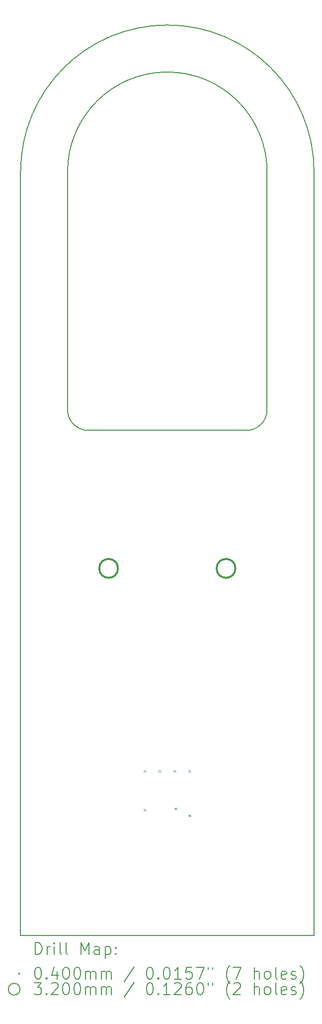
<source format=gbr>
%TF.GenerationSoftware,KiCad,Pcbnew,7.0.7*%
%TF.CreationDate,2024-10-25T09:45:07+02:00*%
%TF.ProjectId,Benhui_Tongue,42656e68-7569-45f5-946f-6e6775652e6b,rev?*%
%TF.SameCoordinates,Original*%
%TF.FileFunction,Drillmap*%
%TF.FilePolarity,Positive*%
%FSLAX45Y45*%
G04 Gerber Fmt 4.5, Leading zero omitted, Abs format (unit mm)*
G04 Created by KiCad (PCBNEW 7.0.7) date 2024-10-25 09:45:07*
%MOMM*%
%LPD*%
G01*
G04 APERTURE LIST*
%ADD10C,0.200000*%
%ADD11C,0.040000*%
%ADD12C,0.320000*%
G04 APERTURE END LIST*
D10*
X10220000Y-8960000D02*
G75*
G03*
X10570000Y-9310000I350000J0D01*
G01*
X13620000Y-4910000D02*
X13620000Y-8960000D01*
X13270000Y-9310000D02*
X10570000Y-9310000D01*
X13270000Y-9310000D02*
G75*
G03*
X13620000Y-8960000I0J350000D01*
G01*
X9420000Y-17910000D02*
X14420000Y-17910000D01*
X14420000Y-17910000D02*
X14420000Y-4910000D01*
X13620000Y-4910000D02*
G75*
G03*
X10220000Y-4910000I-1700000J0D01*
G01*
X14420000Y-4910000D02*
G75*
G03*
X9420000Y-4910000I-2500000J0D01*
G01*
X9420000Y-4910000D02*
X9420000Y-17910000D01*
X10220000Y-8960000D02*
X10220000Y-4910000D01*
D11*
X11518500Y-15090000D02*
X11558500Y-15130000D01*
X11558500Y-15090000D02*
X11518500Y-15130000D01*
X11519500Y-15750000D02*
X11559500Y-15790000D01*
X11559500Y-15750000D02*
X11519500Y-15790000D01*
X11772500Y-15090000D02*
X11812500Y-15130000D01*
X11812500Y-15090000D02*
X11772500Y-15130000D01*
X12027000Y-15090000D02*
X12067000Y-15130000D01*
X12067000Y-15090000D02*
X12027000Y-15130000D01*
X12040000Y-15730000D02*
X12080000Y-15770000D01*
X12080000Y-15730000D02*
X12040000Y-15770000D01*
X12280000Y-15850000D02*
X12320000Y-15890000D01*
X12320000Y-15850000D02*
X12280000Y-15890000D01*
X12280500Y-15090000D02*
X12320500Y-15130000D01*
X12320500Y-15090000D02*
X12280500Y-15130000D01*
D12*
X11080000Y-11660000D02*
G75*
G03*
X11080000Y-11660000I-160000J0D01*
G01*
X13080000Y-11660000D02*
G75*
G03*
X13080000Y-11660000I-160000J0D01*
G01*
D10*
X9670777Y-18231484D02*
X9670777Y-18031484D01*
X9670777Y-18031484D02*
X9718396Y-18031484D01*
X9718396Y-18031484D02*
X9746967Y-18041008D01*
X9746967Y-18041008D02*
X9766015Y-18060055D01*
X9766015Y-18060055D02*
X9775539Y-18079103D01*
X9775539Y-18079103D02*
X9785063Y-18117198D01*
X9785063Y-18117198D02*
X9785063Y-18145770D01*
X9785063Y-18145770D02*
X9775539Y-18183865D01*
X9775539Y-18183865D02*
X9766015Y-18202912D01*
X9766015Y-18202912D02*
X9746967Y-18221960D01*
X9746967Y-18221960D02*
X9718396Y-18231484D01*
X9718396Y-18231484D02*
X9670777Y-18231484D01*
X9870777Y-18231484D02*
X9870777Y-18098150D01*
X9870777Y-18136246D02*
X9880301Y-18117198D01*
X9880301Y-18117198D02*
X9889824Y-18107674D01*
X9889824Y-18107674D02*
X9908872Y-18098150D01*
X9908872Y-18098150D02*
X9927920Y-18098150D01*
X9994586Y-18231484D02*
X9994586Y-18098150D01*
X9994586Y-18031484D02*
X9985063Y-18041008D01*
X9985063Y-18041008D02*
X9994586Y-18050531D01*
X9994586Y-18050531D02*
X10004110Y-18041008D01*
X10004110Y-18041008D02*
X9994586Y-18031484D01*
X9994586Y-18031484D02*
X9994586Y-18050531D01*
X10118396Y-18231484D02*
X10099348Y-18221960D01*
X10099348Y-18221960D02*
X10089824Y-18202912D01*
X10089824Y-18202912D02*
X10089824Y-18031484D01*
X10223158Y-18231484D02*
X10204110Y-18221960D01*
X10204110Y-18221960D02*
X10194586Y-18202912D01*
X10194586Y-18202912D02*
X10194586Y-18031484D01*
X10451729Y-18231484D02*
X10451729Y-18031484D01*
X10451729Y-18031484D02*
X10518396Y-18174341D01*
X10518396Y-18174341D02*
X10585063Y-18031484D01*
X10585063Y-18031484D02*
X10585063Y-18231484D01*
X10766015Y-18231484D02*
X10766015Y-18126722D01*
X10766015Y-18126722D02*
X10756491Y-18107674D01*
X10756491Y-18107674D02*
X10737444Y-18098150D01*
X10737444Y-18098150D02*
X10699348Y-18098150D01*
X10699348Y-18098150D02*
X10680301Y-18107674D01*
X10766015Y-18221960D02*
X10746967Y-18231484D01*
X10746967Y-18231484D02*
X10699348Y-18231484D01*
X10699348Y-18231484D02*
X10680301Y-18221960D01*
X10680301Y-18221960D02*
X10670777Y-18202912D01*
X10670777Y-18202912D02*
X10670777Y-18183865D01*
X10670777Y-18183865D02*
X10680301Y-18164817D01*
X10680301Y-18164817D02*
X10699348Y-18155293D01*
X10699348Y-18155293D02*
X10746967Y-18155293D01*
X10746967Y-18155293D02*
X10766015Y-18145770D01*
X10861253Y-18098150D02*
X10861253Y-18298150D01*
X10861253Y-18107674D02*
X10880301Y-18098150D01*
X10880301Y-18098150D02*
X10918396Y-18098150D01*
X10918396Y-18098150D02*
X10937444Y-18107674D01*
X10937444Y-18107674D02*
X10946967Y-18117198D01*
X10946967Y-18117198D02*
X10956491Y-18136246D01*
X10956491Y-18136246D02*
X10956491Y-18193389D01*
X10956491Y-18193389D02*
X10946967Y-18212436D01*
X10946967Y-18212436D02*
X10937444Y-18221960D01*
X10937444Y-18221960D02*
X10918396Y-18231484D01*
X10918396Y-18231484D02*
X10880301Y-18231484D01*
X10880301Y-18231484D02*
X10861253Y-18221960D01*
X11042205Y-18212436D02*
X11051729Y-18221960D01*
X11051729Y-18221960D02*
X11042205Y-18231484D01*
X11042205Y-18231484D02*
X11032682Y-18221960D01*
X11032682Y-18221960D02*
X11042205Y-18212436D01*
X11042205Y-18212436D02*
X11042205Y-18231484D01*
X11042205Y-18107674D02*
X11051729Y-18117198D01*
X11051729Y-18117198D02*
X11042205Y-18126722D01*
X11042205Y-18126722D02*
X11032682Y-18117198D01*
X11032682Y-18117198D02*
X11042205Y-18107674D01*
X11042205Y-18107674D02*
X11042205Y-18126722D01*
D11*
X9370000Y-18540000D02*
X9410000Y-18580000D01*
X9410000Y-18540000D02*
X9370000Y-18580000D01*
D10*
X9708872Y-18451484D02*
X9727920Y-18451484D01*
X9727920Y-18451484D02*
X9746967Y-18461008D01*
X9746967Y-18461008D02*
X9756491Y-18470531D01*
X9756491Y-18470531D02*
X9766015Y-18489579D01*
X9766015Y-18489579D02*
X9775539Y-18527674D01*
X9775539Y-18527674D02*
X9775539Y-18575293D01*
X9775539Y-18575293D02*
X9766015Y-18613389D01*
X9766015Y-18613389D02*
X9756491Y-18632436D01*
X9756491Y-18632436D02*
X9746967Y-18641960D01*
X9746967Y-18641960D02*
X9727920Y-18651484D01*
X9727920Y-18651484D02*
X9708872Y-18651484D01*
X9708872Y-18651484D02*
X9689824Y-18641960D01*
X9689824Y-18641960D02*
X9680301Y-18632436D01*
X9680301Y-18632436D02*
X9670777Y-18613389D01*
X9670777Y-18613389D02*
X9661253Y-18575293D01*
X9661253Y-18575293D02*
X9661253Y-18527674D01*
X9661253Y-18527674D02*
X9670777Y-18489579D01*
X9670777Y-18489579D02*
X9680301Y-18470531D01*
X9680301Y-18470531D02*
X9689824Y-18461008D01*
X9689824Y-18461008D02*
X9708872Y-18451484D01*
X9861253Y-18632436D02*
X9870777Y-18641960D01*
X9870777Y-18641960D02*
X9861253Y-18651484D01*
X9861253Y-18651484D02*
X9851729Y-18641960D01*
X9851729Y-18641960D02*
X9861253Y-18632436D01*
X9861253Y-18632436D02*
X9861253Y-18651484D01*
X10042205Y-18518150D02*
X10042205Y-18651484D01*
X9994586Y-18441960D02*
X9946967Y-18584817D01*
X9946967Y-18584817D02*
X10070777Y-18584817D01*
X10185063Y-18451484D02*
X10204110Y-18451484D01*
X10204110Y-18451484D02*
X10223158Y-18461008D01*
X10223158Y-18461008D02*
X10232682Y-18470531D01*
X10232682Y-18470531D02*
X10242205Y-18489579D01*
X10242205Y-18489579D02*
X10251729Y-18527674D01*
X10251729Y-18527674D02*
X10251729Y-18575293D01*
X10251729Y-18575293D02*
X10242205Y-18613389D01*
X10242205Y-18613389D02*
X10232682Y-18632436D01*
X10232682Y-18632436D02*
X10223158Y-18641960D01*
X10223158Y-18641960D02*
X10204110Y-18651484D01*
X10204110Y-18651484D02*
X10185063Y-18651484D01*
X10185063Y-18651484D02*
X10166015Y-18641960D01*
X10166015Y-18641960D02*
X10156491Y-18632436D01*
X10156491Y-18632436D02*
X10146967Y-18613389D01*
X10146967Y-18613389D02*
X10137444Y-18575293D01*
X10137444Y-18575293D02*
X10137444Y-18527674D01*
X10137444Y-18527674D02*
X10146967Y-18489579D01*
X10146967Y-18489579D02*
X10156491Y-18470531D01*
X10156491Y-18470531D02*
X10166015Y-18461008D01*
X10166015Y-18461008D02*
X10185063Y-18451484D01*
X10375539Y-18451484D02*
X10394586Y-18451484D01*
X10394586Y-18451484D02*
X10413634Y-18461008D01*
X10413634Y-18461008D02*
X10423158Y-18470531D01*
X10423158Y-18470531D02*
X10432682Y-18489579D01*
X10432682Y-18489579D02*
X10442205Y-18527674D01*
X10442205Y-18527674D02*
X10442205Y-18575293D01*
X10442205Y-18575293D02*
X10432682Y-18613389D01*
X10432682Y-18613389D02*
X10423158Y-18632436D01*
X10423158Y-18632436D02*
X10413634Y-18641960D01*
X10413634Y-18641960D02*
X10394586Y-18651484D01*
X10394586Y-18651484D02*
X10375539Y-18651484D01*
X10375539Y-18651484D02*
X10356491Y-18641960D01*
X10356491Y-18641960D02*
X10346967Y-18632436D01*
X10346967Y-18632436D02*
X10337444Y-18613389D01*
X10337444Y-18613389D02*
X10327920Y-18575293D01*
X10327920Y-18575293D02*
X10327920Y-18527674D01*
X10327920Y-18527674D02*
X10337444Y-18489579D01*
X10337444Y-18489579D02*
X10346967Y-18470531D01*
X10346967Y-18470531D02*
X10356491Y-18461008D01*
X10356491Y-18461008D02*
X10375539Y-18451484D01*
X10527920Y-18651484D02*
X10527920Y-18518150D01*
X10527920Y-18537198D02*
X10537444Y-18527674D01*
X10537444Y-18527674D02*
X10556491Y-18518150D01*
X10556491Y-18518150D02*
X10585063Y-18518150D01*
X10585063Y-18518150D02*
X10604110Y-18527674D01*
X10604110Y-18527674D02*
X10613634Y-18546722D01*
X10613634Y-18546722D02*
X10613634Y-18651484D01*
X10613634Y-18546722D02*
X10623158Y-18527674D01*
X10623158Y-18527674D02*
X10642205Y-18518150D01*
X10642205Y-18518150D02*
X10670777Y-18518150D01*
X10670777Y-18518150D02*
X10689825Y-18527674D01*
X10689825Y-18527674D02*
X10699348Y-18546722D01*
X10699348Y-18546722D02*
X10699348Y-18651484D01*
X10794586Y-18651484D02*
X10794586Y-18518150D01*
X10794586Y-18537198D02*
X10804110Y-18527674D01*
X10804110Y-18527674D02*
X10823158Y-18518150D01*
X10823158Y-18518150D02*
X10851729Y-18518150D01*
X10851729Y-18518150D02*
X10870777Y-18527674D01*
X10870777Y-18527674D02*
X10880301Y-18546722D01*
X10880301Y-18546722D02*
X10880301Y-18651484D01*
X10880301Y-18546722D02*
X10889825Y-18527674D01*
X10889825Y-18527674D02*
X10908872Y-18518150D01*
X10908872Y-18518150D02*
X10937444Y-18518150D01*
X10937444Y-18518150D02*
X10956491Y-18527674D01*
X10956491Y-18527674D02*
X10966015Y-18546722D01*
X10966015Y-18546722D02*
X10966015Y-18651484D01*
X11356491Y-18441960D02*
X11185063Y-18699103D01*
X11613634Y-18451484D02*
X11632682Y-18451484D01*
X11632682Y-18451484D02*
X11651729Y-18461008D01*
X11651729Y-18461008D02*
X11661253Y-18470531D01*
X11661253Y-18470531D02*
X11670777Y-18489579D01*
X11670777Y-18489579D02*
X11680301Y-18527674D01*
X11680301Y-18527674D02*
X11680301Y-18575293D01*
X11680301Y-18575293D02*
X11670777Y-18613389D01*
X11670777Y-18613389D02*
X11661253Y-18632436D01*
X11661253Y-18632436D02*
X11651729Y-18641960D01*
X11651729Y-18641960D02*
X11632682Y-18651484D01*
X11632682Y-18651484D02*
X11613634Y-18651484D01*
X11613634Y-18651484D02*
X11594586Y-18641960D01*
X11594586Y-18641960D02*
X11585063Y-18632436D01*
X11585063Y-18632436D02*
X11575539Y-18613389D01*
X11575539Y-18613389D02*
X11566015Y-18575293D01*
X11566015Y-18575293D02*
X11566015Y-18527674D01*
X11566015Y-18527674D02*
X11575539Y-18489579D01*
X11575539Y-18489579D02*
X11585063Y-18470531D01*
X11585063Y-18470531D02*
X11594586Y-18461008D01*
X11594586Y-18461008D02*
X11613634Y-18451484D01*
X11766015Y-18632436D02*
X11775539Y-18641960D01*
X11775539Y-18641960D02*
X11766015Y-18651484D01*
X11766015Y-18651484D02*
X11756491Y-18641960D01*
X11756491Y-18641960D02*
X11766015Y-18632436D01*
X11766015Y-18632436D02*
X11766015Y-18651484D01*
X11899348Y-18451484D02*
X11918396Y-18451484D01*
X11918396Y-18451484D02*
X11937444Y-18461008D01*
X11937444Y-18461008D02*
X11946967Y-18470531D01*
X11946967Y-18470531D02*
X11956491Y-18489579D01*
X11956491Y-18489579D02*
X11966015Y-18527674D01*
X11966015Y-18527674D02*
X11966015Y-18575293D01*
X11966015Y-18575293D02*
X11956491Y-18613389D01*
X11956491Y-18613389D02*
X11946967Y-18632436D01*
X11946967Y-18632436D02*
X11937444Y-18641960D01*
X11937444Y-18641960D02*
X11918396Y-18651484D01*
X11918396Y-18651484D02*
X11899348Y-18651484D01*
X11899348Y-18651484D02*
X11880301Y-18641960D01*
X11880301Y-18641960D02*
X11870777Y-18632436D01*
X11870777Y-18632436D02*
X11861253Y-18613389D01*
X11861253Y-18613389D02*
X11851729Y-18575293D01*
X11851729Y-18575293D02*
X11851729Y-18527674D01*
X11851729Y-18527674D02*
X11861253Y-18489579D01*
X11861253Y-18489579D02*
X11870777Y-18470531D01*
X11870777Y-18470531D02*
X11880301Y-18461008D01*
X11880301Y-18461008D02*
X11899348Y-18451484D01*
X12156491Y-18651484D02*
X12042206Y-18651484D01*
X12099348Y-18651484D02*
X12099348Y-18451484D01*
X12099348Y-18451484D02*
X12080301Y-18480055D01*
X12080301Y-18480055D02*
X12061253Y-18499103D01*
X12061253Y-18499103D02*
X12042206Y-18508627D01*
X12337444Y-18451484D02*
X12242206Y-18451484D01*
X12242206Y-18451484D02*
X12232682Y-18546722D01*
X12232682Y-18546722D02*
X12242206Y-18537198D01*
X12242206Y-18537198D02*
X12261253Y-18527674D01*
X12261253Y-18527674D02*
X12308872Y-18527674D01*
X12308872Y-18527674D02*
X12327920Y-18537198D01*
X12327920Y-18537198D02*
X12337444Y-18546722D01*
X12337444Y-18546722D02*
X12346967Y-18565770D01*
X12346967Y-18565770D02*
X12346967Y-18613389D01*
X12346967Y-18613389D02*
X12337444Y-18632436D01*
X12337444Y-18632436D02*
X12327920Y-18641960D01*
X12327920Y-18641960D02*
X12308872Y-18651484D01*
X12308872Y-18651484D02*
X12261253Y-18651484D01*
X12261253Y-18651484D02*
X12242206Y-18641960D01*
X12242206Y-18641960D02*
X12232682Y-18632436D01*
X12413634Y-18451484D02*
X12546967Y-18451484D01*
X12546967Y-18451484D02*
X12461253Y-18651484D01*
X12613634Y-18451484D02*
X12613634Y-18489579D01*
X12689825Y-18451484D02*
X12689825Y-18489579D01*
X12985063Y-18727674D02*
X12975539Y-18718150D01*
X12975539Y-18718150D02*
X12956491Y-18689579D01*
X12956491Y-18689579D02*
X12946968Y-18670531D01*
X12946968Y-18670531D02*
X12937444Y-18641960D01*
X12937444Y-18641960D02*
X12927920Y-18594341D01*
X12927920Y-18594341D02*
X12927920Y-18556246D01*
X12927920Y-18556246D02*
X12937444Y-18508627D01*
X12937444Y-18508627D02*
X12946968Y-18480055D01*
X12946968Y-18480055D02*
X12956491Y-18461008D01*
X12956491Y-18461008D02*
X12975539Y-18432436D01*
X12975539Y-18432436D02*
X12985063Y-18422912D01*
X13042206Y-18451484D02*
X13175539Y-18451484D01*
X13175539Y-18451484D02*
X13089825Y-18651484D01*
X13404110Y-18651484D02*
X13404110Y-18451484D01*
X13489825Y-18651484D02*
X13489825Y-18546722D01*
X13489825Y-18546722D02*
X13480301Y-18527674D01*
X13480301Y-18527674D02*
X13461253Y-18518150D01*
X13461253Y-18518150D02*
X13432682Y-18518150D01*
X13432682Y-18518150D02*
X13413634Y-18527674D01*
X13413634Y-18527674D02*
X13404110Y-18537198D01*
X13613634Y-18651484D02*
X13594587Y-18641960D01*
X13594587Y-18641960D02*
X13585063Y-18632436D01*
X13585063Y-18632436D02*
X13575539Y-18613389D01*
X13575539Y-18613389D02*
X13575539Y-18556246D01*
X13575539Y-18556246D02*
X13585063Y-18537198D01*
X13585063Y-18537198D02*
X13594587Y-18527674D01*
X13594587Y-18527674D02*
X13613634Y-18518150D01*
X13613634Y-18518150D02*
X13642206Y-18518150D01*
X13642206Y-18518150D02*
X13661253Y-18527674D01*
X13661253Y-18527674D02*
X13670777Y-18537198D01*
X13670777Y-18537198D02*
X13680301Y-18556246D01*
X13680301Y-18556246D02*
X13680301Y-18613389D01*
X13680301Y-18613389D02*
X13670777Y-18632436D01*
X13670777Y-18632436D02*
X13661253Y-18641960D01*
X13661253Y-18641960D02*
X13642206Y-18651484D01*
X13642206Y-18651484D02*
X13613634Y-18651484D01*
X13794587Y-18651484D02*
X13775539Y-18641960D01*
X13775539Y-18641960D02*
X13766015Y-18622912D01*
X13766015Y-18622912D02*
X13766015Y-18451484D01*
X13946968Y-18641960D02*
X13927920Y-18651484D01*
X13927920Y-18651484D02*
X13889825Y-18651484D01*
X13889825Y-18651484D02*
X13870777Y-18641960D01*
X13870777Y-18641960D02*
X13861253Y-18622912D01*
X13861253Y-18622912D02*
X13861253Y-18546722D01*
X13861253Y-18546722D02*
X13870777Y-18527674D01*
X13870777Y-18527674D02*
X13889825Y-18518150D01*
X13889825Y-18518150D02*
X13927920Y-18518150D01*
X13927920Y-18518150D02*
X13946968Y-18527674D01*
X13946968Y-18527674D02*
X13956491Y-18546722D01*
X13956491Y-18546722D02*
X13956491Y-18565770D01*
X13956491Y-18565770D02*
X13861253Y-18584817D01*
X14032682Y-18641960D02*
X14051730Y-18651484D01*
X14051730Y-18651484D02*
X14089825Y-18651484D01*
X14089825Y-18651484D02*
X14108872Y-18641960D01*
X14108872Y-18641960D02*
X14118396Y-18622912D01*
X14118396Y-18622912D02*
X14118396Y-18613389D01*
X14118396Y-18613389D02*
X14108872Y-18594341D01*
X14108872Y-18594341D02*
X14089825Y-18584817D01*
X14089825Y-18584817D02*
X14061253Y-18584817D01*
X14061253Y-18584817D02*
X14042206Y-18575293D01*
X14042206Y-18575293D02*
X14032682Y-18556246D01*
X14032682Y-18556246D02*
X14032682Y-18546722D01*
X14032682Y-18546722D02*
X14042206Y-18527674D01*
X14042206Y-18527674D02*
X14061253Y-18518150D01*
X14061253Y-18518150D02*
X14089825Y-18518150D01*
X14089825Y-18518150D02*
X14108872Y-18527674D01*
X14185063Y-18727674D02*
X14194587Y-18718150D01*
X14194587Y-18718150D02*
X14213634Y-18689579D01*
X14213634Y-18689579D02*
X14223158Y-18670531D01*
X14223158Y-18670531D02*
X14232682Y-18641960D01*
X14232682Y-18641960D02*
X14242206Y-18594341D01*
X14242206Y-18594341D02*
X14242206Y-18556246D01*
X14242206Y-18556246D02*
X14232682Y-18508627D01*
X14232682Y-18508627D02*
X14223158Y-18480055D01*
X14223158Y-18480055D02*
X14213634Y-18461008D01*
X14213634Y-18461008D02*
X14194587Y-18432436D01*
X14194587Y-18432436D02*
X14185063Y-18422912D01*
X9410000Y-18824000D02*
G75*
G03*
X9410000Y-18824000I-100000J0D01*
G01*
X9651729Y-18715484D02*
X9775539Y-18715484D01*
X9775539Y-18715484D02*
X9708872Y-18791674D01*
X9708872Y-18791674D02*
X9737444Y-18791674D01*
X9737444Y-18791674D02*
X9756491Y-18801198D01*
X9756491Y-18801198D02*
X9766015Y-18810722D01*
X9766015Y-18810722D02*
X9775539Y-18829770D01*
X9775539Y-18829770D02*
X9775539Y-18877389D01*
X9775539Y-18877389D02*
X9766015Y-18896436D01*
X9766015Y-18896436D02*
X9756491Y-18905960D01*
X9756491Y-18905960D02*
X9737444Y-18915484D01*
X9737444Y-18915484D02*
X9680301Y-18915484D01*
X9680301Y-18915484D02*
X9661253Y-18905960D01*
X9661253Y-18905960D02*
X9651729Y-18896436D01*
X9861253Y-18896436D02*
X9870777Y-18905960D01*
X9870777Y-18905960D02*
X9861253Y-18915484D01*
X9861253Y-18915484D02*
X9851729Y-18905960D01*
X9851729Y-18905960D02*
X9861253Y-18896436D01*
X9861253Y-18896436D02*
X9861253Y-18915484D01*
X9946967Y-18734531D02*
X9956491Y-18725008D01*
X9956491Y-18725008D02*
X9975539Y-18715484D01*
X9975539Y-18715484D02*
X10023158Y-18715484D01*
X10023158Y-18715484D02*
X10042205Y-18725008D01*
X10042205Y-18725008D02*
X10051729Y-18734531D01*
X10051729Y-18734531D02*
X10061253Y-18753579D01*
X10061253Y-18753579D02*
X10061253Y-18772627D01*
X10061253Y-18772627D02*
X10051729Y-18801198D01*
X10051729Y-18801198D02*
X9937444Y-18915484D01*
X9937444Y-18915484D02*
X10061253Y-18915484D01*
X10185063Y-18715484D02*
X10204110Y-18715484D01*
X10204110Y-18715484D02*
X10223158Y-18725008D01*
X10223158Y-18725008D02*
X10232682Y-18734531D01*
X10232682Y-18734531D02*
X10242205Y-18753579D01*
X10242205Y-18753579D02*
X10251729Y-18791674D01*
X10251729Y-18791674D02*
X10251729Y-18839293D01*
X10251729Y-18839293D02*
X10242205Y-18877389D01*
X10242205Y-18877389D02*
X10232682Y-18896436D01*
X10232682Y-18896436D02*
X10223158Y-18905960D01*
X10223158Y-18905960D02*
X10204110Y-18915484D01*
X10204110Y-18915484D02*
X10185063Y-18915484D01*
X10185063Y-18915484D02*
X10166015Y-18905960D01*
X10166015Y-18905960D02*
X10156491Y-18896436D01*
X10156491Y-18896436D02*
X10146967Y-18877389D01*
X10146967Y-18877389D02*
X10137444Y-18839293D01*
X10137444Y-18839293D02*
X10137444Y-18791674D01*
X10137444Y-18791674D02*
X10146967Y-18753579D01*
X10146967Y-18753579D02*
X10156491Y-18734531D01*
X10156491Y-18734531D02*
X10166015Y-18725008D01*
X10166015Y-18725008D02*
X10185063Y-18715484D01*
X10375539Y-18715484D02*
X10394586Y-18715484D01*
X10394586Y-18715484D02*
X10413634Y-18725008D01*
X10413634Y-18725008D02*
X10423158Y-18734531D01*
X10423158Y-18734531D02*
X10432682Y-18753579D01*
X10432682Y-18753579D02*
X10442205Y-18791674D01*
X10442205Y-18791674D02*
X10442205Y-18839293D01*
X10442205Y-18839293D02*
X10432682Y-18877389D01*
X10432682Y-18877389D02*
X10423158Y-18896436D01*
X10423158Y-18896436D02*
X10413634Y-18905960D01*
X10413634Y-18905960D02*
X10394586Y-18915484D01*
X10394586Y-18915484D02*
X10375539Y-18915484D01*
X10375539Y-18915484D02*
X10356491Y-18905960D01*
X10356491Y-18905960D02*
X10346967Y-18896436D01*
X10346967Y-18896436D02*
X10337444Y-18877389D01*
X10337444Y-18877389D02*
X10327920Y-18839293D01*
X10327920Y-18839293D02*
X10327920Y-18791674D01*
X10327920Y-18791674D02*
X10337444Y-18753579D01*
X10337444Y-18753579D02*
X10346967Y-18734531D01*
X10346967Y-18734531D02*
X10356491Y-18725008D01*
X10356491Y-18725008D02*
X10375539Y-18715484D01*
X10527920Y-18915484D02*
X10527920Y-18782150D01*
X10527920Y-18801198D02*
X10537444Y-18791674D01*
X10537444Y-18791674D02*
X10556491Y-18782150D01*
X10556491Y-18782150D02*
X10585063Y-18782150D01*
X10585063Y-18782150D02*
X10604110Y-18791674D01*
X10604110Y-18791674D02*
X10613634Y-18810722D01*
X10613634Y-18810722D02*
X10613634Y-18915484D01*
X10613634Y-18810722D02*
X10623158Y-18791674D01*
X10623158Y-18791674D02*
X10642205Y-18782150D01*
X10642205Y-18782150D02*
X10670777Y-18782150D01*
X10670777Y-18782150D02*
X10689825Y-18791674D01*
X10689825Y-18791674D02*
X10699348Y-18810722D01*
X10699348Y-18810722D02*
X10699348Y-18915484D01*
X10794586Y-18915484D02*
X10794586Y-18782150D01*
X10794586Y-18801198D02*
X10804110Y-18791674D01*
X10804110Y-18791674D02*
X10823158Y-18782150D01*
X10823158Y-18782150D02*
X10851729Y-18782150D01*
X10851729Y-18782150D02*
X10870777Y-18791674D01*
X10870777Y-18791674D02*
X10880301Y-18810722D01*
X10880301Y-18810722D02*
X10880301Y-18915484D01*
X10880301Y-18810722D02*
X10889825Y-18791674D01*
X10889825Y-18791674D02*
X10908872Y-18782150D01*
X10908872Y-18782150D02*
X10937444Y-18782150D01*
X10937444Y-18782150D02*
X10956491Y-18791674D01*
X10956491Y-18791674D02*
X10966015Y-18810722D01*
X10966015Y-18810722D02*
X10966015Y-18915484D01*
X11356491Y-18705960D02*
X11185063Y-18963103D01*
X11613634Y-18715484D02*
X11632682Y-18715484D01*
X11632682Y-18715484D02*
X11651729Y-18725008D01*
X11651729Y-18725008D02*
X11661253Y-18734531D01*
X11661253Y-18734531D02*
X11670777Y-18753579D01*
X11670777Y-18753579D02*
X11680301Y-18791674D01*
X11680301Y-18791674D02*
X11680301Y-18839293D01*
X11680301Y-18839293D02*
X11670777Y-18877389D01*
X11670777Y-18877389D02*
X11661253Y-18896436D01*
X11661253Y-18896436D02*
X11651729Y-18905960D01*
X11651729Y-18905960D02*
X11632682Y-18915484D01*
X11632682Y-18915484D02*
X11613634Y-18915484D01*
X11613634Y-18915484D02*
X11594586Y-18905960D01*
X11594586Y-18905960D02*
X11585063Y-18896436D01*
X11585063Y-18896436D02*
X11575539Y-18877389D01*
X11575539Y-18877389D02*
X11566015Y-18839293D01*
X11566015Y-18839293D02*
X11566015Y-18791674D01*
X11566015Y-18791674D02*
X11575539Y-18753579D01*
X11575539Y-18753579D02*
X11585063Y-18734531D01*
X11585063Y-18734531D02*
X11594586Y-18725008D01*
X11594586Y-18725008D02*
X11613634Y-18715484D01*
X11766015Y-18896436D02*
X11775539Y-18905960D01*
X11775539Y-18905960D02*
X11766015Y-18915484D01*
X11766015Y-18915484D02*
X11756491Y-18905960D01*
X11756491Y-18905960D02*
X11766015Y-18896436D01*
X11766015Y-18896436D02*
X11766015Y-18915484D01*
X11966015Y-18915484D02*
X11851729Y-18915484D01*
X11908872Y-18915484D02*
X11908872Y-18715484D01*
X11908872Y-18715484D02*
X11889825Y-18744055D01*
X11889825Y-18744055D02*
X11870777Y-18763103D01*
X11870777Y-18763103D02*
X11851729Y-18772627D01*
X12042206Y-18734531D02*
X12051729Y-18725008D01*
X12051729Y-18725008D02*
X12070777Y-18715484D01*
X12070777Y-18715484D02*
X12118396Y-18715484D01*
X12118396Y-18715484D02*
X12137444Y-18725008D01*
X12137444Y-18725008D02*
X12146967Y-18734531D01*
X12146967Y-18734531D02*
X12156491Y-18753579D01*
X12156491Y-18753579D02*
X12156491Y-18772627D01*
X12156491Y-18772627D02*
X12146967Y-18801198D01*
X12146967Y-18801198D02*
X12032682Y-18915484D01*
X12032682Y-18915484D02*
X12156491Y-18915484D01*
X12327920Y-18715484D02*
X12289825Y-18715484D01*
X12289825Y-18715484D02*
X12270777Y-18725008D01*
X12270777Y-18725008D02*
X12261253Y-18734531D01*
X12261253Y-18734531D02*
X12242206Y-18763103D01*
X12242206Y-18763103D02*
X12232682Y-18801198D01*
X12232682Y-18801198D02*
X12232682Y-18877389D01*
X12232682Y-18877389D02*
X12242206Y-18896436D01*
X12242206Y-18896436D02*
X12251729Y-18905960D01*
X12251729Y-18905960D02*
X12270777Y-18915484D01*
X12270777Y-18915484D02*
X12308872Y-18915484D01*
X12308872Y-18915484D02*
X12327920Y-18905960D01*
X12327920Y-18905960D02*
X12337444Y-18896436D01*
X12337444Y-18896436D02*
X12346967Y-18877389D01*
X12346967Y-18877389D02*
X12346967Y-18829770D01*
X12346967Y-18829770D02*
X12337444Y-18810722D01*
X12337444Y-18810722D02*
X12327920Y-18801198D01*
X12327920Y-18801198D02*
X12308872Y-18791674D01*
X12308872Y-18791674D02*
X12270777Y-18791674D01*
X12270777Y-18791674D02*
X12251729Y-18801198D01*
X12251729Y-18801198D02*
X12242206Y-18810722D01*
X12242206Y-18810722D02*
X12232682Y-18829770D01*
X12470777Y-18715484D02*
X12489825Y-18715484D01*
X12489825Y-18715484D02*
X12508872Y-18725008D01*
X12508872Y-18725008D02*
X12518396Y-18734531D01*
X12518396Y-18734531D02*
X12527920Y-18753579D01*
X12527920Y-18753579D02*
X12537444Y-18791674D01*
X12537444Y-18791674D02*
X12537444Y-18839293D01*
X12537444Y-18839293D02*
X12527920Y-18877389D01*
X12527920Y-18877389D02*
X12518396Y-18896436D01*
X12518396Y-18896436D02*
X12508872Y-18905960D01*
X12508872Y-18905960D02*
X12489825Y-18915484D01*
X12489825Y-18915484D02*
X12470777Y-18915484D01*
X12470777Y-18915484D02*
X12451729Y-18905960D01*
X12451729Y-18905960D02*
X12442206Y-18896436D01*
X12442206Y-18896436D02*
X12432682Y-18877389D01*
X12432682Y-18877389D02*
X12423158Y-18839293D01*
X12423158Y-18839293D02*
X12423158Y-18791674D01*
X12423158Y-18791674D02*
X12432682Y-18753579D01*
X12432682Y-18753579D02*
X12442206Y-18734531D01*
X12442206Y-18734531D02*
X12451729Y-18725008D01*
X12451729Y-18725008D02*
X12470777Y-18715484D01*
X12613634Y-18715484D02*
X12613634Y-18753579D01*
X12689825Y-18715484D02*
X12689825Y-18753579D01*
X12985063Y-18991674D02*
X12975539Y-18982150D01*
X12975539Y-18982150D02*
X12956491Y-18953579D01*
X12956491Y-18953579D02*
X12946968Y-18934531D01*
X12946968Y-18934531D02*
X12937444Y-18905960D01*
X12937444Y-18905960D02*
X12927920Y-18858341D01*
X12927920Y-18858341D02*
X12927920Y-18820246D01*
X12927920Y-18820246D02*
X12937444Y-18772627D01*
X12937444Y-18772627D02*
X12946968Y-18744055D01*
X12946968Y-18744055D02*
X12956491Y-18725008D01*
X12956491Y-18725008D02*
X12975539Y-18696436D01*
X12975539Y-18696436D02*
X12985063Y-18686912D01*
X13051729Y-18734531D02*
X13061253Y-18725008D01*
X13061253Y-18725008D02*
X13080301Y-18715484D01*
X13080301Y-18715484D02*
X13127920Y-18715484D01*
X13127920Y-18715484D02*
X13146968Y-18725008D01*
X13146968Y-18725008D02*
X13156491Y-18734531D01*
X13156491Y-18734531D02*
X13166015Y-18753579D01*
X13166015Y-18753579D02*
X13166015Y-18772627D01*
X13166015Y-18772627D02*
X13156491Y-18801198D01*
X13156491Y-18801198D02*
X13042206Y-18915484D01*
X13042206Y-18915484D02*
X13166015Y-18915484D01*
X13404110Y-18915484D02*
X13404110Y-18715484D01*
X13489825Y-18915484D02*
X13489825Y-18810722D01*
X13489825Y-18810722D02*
X13480301Y-18791674D01*
X13480301Y-18791674D02*
X13461253Y-18782150D01*
X13461253Y-18782150D02*
X13432682Y-18782150D01*
X13432682Y-18782150D02*
X13413634Y-18791674D01*
X13413634Y-18791674D02*
X13404110Y-18801198D01*
X13613634Y-18915484D02*
X13594587Y-18905960D01*
X13594587Y-18905960D02*
X13585063Y-18896436D01*
X13585063Y-18896436D02*
X13575539Y-18877389D01*
X13575539Y-18877389D02*
X13575539Y-18820246D01*
X13575539Y-18820246D02*
X13585063Y-18801198D01*
X13585063Y-18801198D02*
X13594587Y-18791674D01*
X13594587Y-18791674D02*
X13613634Y-18782150D01*
X13613634Y-18782150D02*
X13642206Y-18782150D01*
X13642206Y-18782150D02*
X13661253Y-18791674D01*
X13661253Y-18791674D02*
X13670777Y-18801198D01*
X13670777Y-18801198D02*
X13680301Y-18820246D01*
X13680301Y-18820246D02*
X13680301Y-18877389D01*
X13680301Y-18877389D02*
X13670777Y-18896436D01*
X13670777Y-18896436D02*
X13661253Y-18905960D01*
X13661253Y-18905960D02*
X13642206Y-18915484D01*
X13642206Y-18915484D02*
X13613634Y-18915484D01*
X13794587Y-18915484D02*
X13775539Y-18905960D01*
X13775539Y-18905960D02*
X13766015Y-18886912D01*
X13766015Y-18886912D02*
X13766015Y-18715484D01*
X13946968Y-18905960D02*
X13927920Y-18915484D01*
X13927920Y-18915484D02*
X13889825Y-18915484D01*
X13889825Y-18915484D02*
X13870777Y-18905960D01*
X13870777Y-18905960D02*
X13861253Y-18886912D01*
X13861253Y-18886912D02*
X13861253Y-18810722D01*
X13861253Y-18810722D02*
X13870777Y-18791674D01*
X13870777Y-18791674D02*
X13889825Y-18782150D01*
X13889825Y-18782150D02*
X13927920Y-18782150D01*
X13927920Y-18782150D02*
X13946968Y-18791674D01*
X13946968Y-18791674D02*
X13956491Y-18810722D01*
X13956491Y-18810722D02*
X13956491Y-18829770D01*
X13956491Y-18829770D02*
X13861253Y-18848817D01*
X14032682Y-18905960D02*
X14051730Y-18915484D01*
X14051730Y-18915484D02*
X14089825Y-18915484D01*
X14089825Y-18915484D02*
X14108872Y-18905960D01*
X14108872Y-18905960D02*
X14118396Y-18886912D01*
X14118396Y-18886912D02*
X14118396Y-18877389D01*
X14118396Y-18877389D02*
X14108872Y-18858341D01*
X14108872Y-18858341D02*
X14089825Y-18848817D01*
X14089825Y-18848817D02*
X14061253Y-18848817D01*
X14061253Y-18848817D02*
X14042206Y-18839293D01*
X14042206Y-18839293D02*
X14032682Y-18820246D01*
X14032682Y-18820246D02*
X14032682Y-18810722D01*
X14032682Y-18810722D02*
X14042206Y-18791674D01*
X14042206Y-18791674D02*
X14061253Y-18782150D01*
X14061253Y-18782150D02*
X14089825Y-18782150D01*
X14089825Y-18782150D02*
X14108872Y-18791674D01*
X14185063Y-18991674D02*
X14194587Y-18982150D01*
X14194587Y-18982150D02*
X14213634Y-18953579D01*
X14213634Y-18953579D02*
X14223158Y-18934531D01*
X14223158Y-18934531D02*
X14232682Y-18905960D01*
X14232682Y-18905960D02*
X14242206Y-18858341D01*
X14242206Y-18858341D02*
X14242206Y-18820246D01*
X14242206Y-18820246D02*
X14232682Y-18772627D01*
X14232682Y-18772627D02*
X14223158Y-18744055D01*
X14223158Y-18744055D02*
X14213634Y-18725008D01*
X14213634Y-18725008D02*
X14194587Y-18696436D01*
X14194587Y-18696436D02*
X14185063Y-18686912D01*
M02*

</source>
